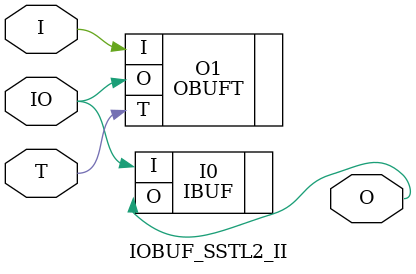
<source format=v>


`timescale  1 ps / 1 ps


module IOBUF_SSTL2_II (O, IO, I, T);

    output O;

    inout  IO;

    input  I, T;

        OBUFT #(.IOSTANDARD("SSTL2_II") ) O1 (.O(IO), .I(I), .T(T)); 
	IBUF #(.IOSTANDARD("SSTL2_II"))  I0 (.O(O), .I(IO));
        

endmodule



</source>
